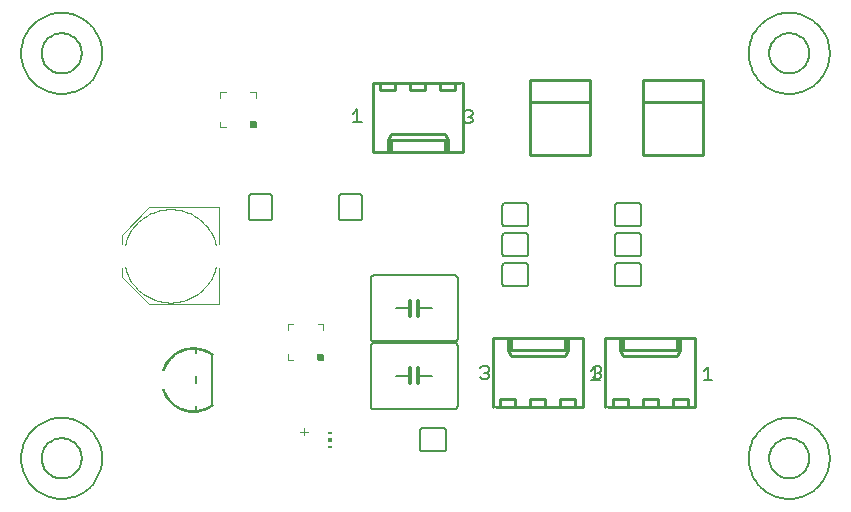
<source format=gto>
G75*
G70*
%OFA0B0*%
%FSLAX24Y24*%
%IPPOS*%
%LPD*%
%AMOC8*
5,1,8,0,0,1.08239X$1,22.5*
%
%ADD10C,0.0040*%
%ADD11R,0.0197X0.0197*%
%ADD12C,0.0060*%
%ADD13C,0.0080*%
%ADD14C,0.0120*%
%ADD15C,0.0010*%
%ADD16C,0.0050*%
%ADD17C,0.0100*%
%ADD18C,0.0070*%
%ADD19C,0.0030*%
%ADD20R,0.0118X0.0059*%
%ADD21R,0.0118X0.0118*%
D10*
X009234Y004984D02*
X009421Y004984D01*
X009234Y004984D02*
X009234Y005171D01*
X010238Y004984D02*
X010416Y004984D01*
X010416Y005162D01*
X010416Y005979D02*
X010416Y006166D01*
X010229Y006166D01*
X009421Y006166D02*
X009234Y006166D01*
X009234Y005979D01*
X006939Y006836D02*
X004616Y006836D01*
X003711Y007741D01*
X003711Y008056D01*
X003711Y008844D02*
X003711Y009159D01*
X004616Y010064D01*
X006939Y010064D01*
X006939Y008844D01*
X006939Y008056D02*
X006939Y006836D01*
X006841Y008804D02*
X006821Y008881D01*
X006798Y008956D01*
X006770Y009030D01*
X006739Y009102D01*
X006704Y009173D01*
X006666Y009242D01*
X006624Y009308D01*
X006579Y009373D01*
X006531Y009435D01*
X006479Y009495D01*
X006425Y009552D01*
X006368Y009606D01*
X006308Y009658D01*
X006246Y009706D01*
X006181Y009751D01*
X006114Y009792D01*
X006045Y009830D01*
X005974Y009865D01*
X005902Y009896D01*
X005828Y009924D01*
X005753Y009947D01*
X005677Y009967D01*
X005599Y009983D01*
X005521Y009995D01*
X005443Y010003D01*
X005364Y010007D01*
X005286Y010007D01*
X005207Y010003D01*
X005129Y009995D01*
X005051Y009983D01*
X004973Y009967D01*
X004897Y009947D01*
X004822Y009924D01*
X004748Y009896D01*
X004676Y009865D01*
X004605Y009830D01*
X004536Y009792D01*
X004469Y009751D01*
X004404Y009706D01*
X004342Y009658D01*
X004282Y009606D01*
X004225Y009552D01*
X004171Y009495D01*
X004119Y009435D01*
X004071Y009373D01*
X004026Y009308D01*
X003984Y009242D01*
X003946Y009173D01*
X003911Y009102D01*
X003880Y009030D01*
X003852Y008956D01*
X003829Y008881D01*
X003809Y008804D01*
X003809Y008096D02*
X003829Y008019D01*
X003852Y007944D01*
X003880Y007870D01*
X003911Y007798D01*
X003946Y007727D01*
X003984Y007658D01*
X004026Y007592D01*
X004071Y007527D01*
X004119Y007465D01*
X004171Y007405D01*
X004225Y007348D01*
X004282Y007294D01*
X004342Y007242D01*
X004404Y007194D01*
X004469Y007149D01*
X004536Y007108D01*
X004605Y007070D01*
X004676Y007035D01*
X004748Y007004D01*
X004822Y006976D01*
X004897Y006953D01*
X004973Y006933D01*
X005051Y006917D01*
X005129Y006905D01*
X005207Y006897D01*
X005286Y006893D01*
X005364Y006893D01*
X005443Y006897D01*
X005521Y006905D01*
X005599Y006917D01*
X005677Y006933D01*
X005753Y006953D01*
X005828Y006976D01*
X005902Y007004D01*
X005974Y007035D01*
X006045Y007070D01*
X006114Y007108D01*
X006181Y007149D01*
X006246Y007194D01*
X006308Y007242D01*
X006368Y007294D01*
X006425Y007348D01*
X006479Y007405D01*
X006531Y007465D01*
X006579Y007527D01*
X006624Y007592D01*
X006666Y007658D01*
X006704Y007727D01*
X006739Y007798D01*
X006770Y007870D01*
X006798Y007944D01*
X006821Y008019D01*
X006841Y008096D01*
X006984Y012734D02*
X007171Y012734D01*
X006984Y012734D02*
X006984Y012921D01*
X007988Y012734D02*
X008166Y012734D01*
X008166Y012912D01*
X008166Y013729D02*
X008166Y013916D01*
X007979Y013916D01*
X007171Y013916D02*
X006984Y013916D01*
X006984Y013729D01*
D11*
X008067Y012833D03*
X010317Y005083D03*
D12*
X012000Y005450D02*
X012000Y003450D01*
X012002Y003433D01*
X012006Y003416D01*
X012013Y003400D01*
X012023Y003386D01*
X012036Y003373D01*
X012050Y003363D01*
X012066Y003356D01*
X012083Y003352D01*
X012100Y003350D01*
X014800Y003350D01*
X014817Y003352D01*
X014834Y003356D01*
X014850Y003363D01*
X014864Y003373D01*
X014877Y003386D01*
X014887Y003400D01*
X014894Y003416D01*
X014898Y003433D01*
X014900Y003450D01*
X014900Y005450D01*
X014898Y005467D01*
X014894Y005484D01*
X014887Y005500D01*
X014877Y005514D01*
X014864Y005527D01*
X014850Y005537D01*
X014834Y005544D01*
X014817Y005548D01*
X014800Y005550D01*
X012100Y005550D01*
X012100Y005600D02*
X014800Y005600D01*
X014817Y005602D01*
X014834Y005606D01*
X014850Y005613D01*
X014864Y005623D01*
X014877Y005636D01*
X014887Y005650D01*
X014894Y005666D01*
X014898Y005683D01*
X014900Y005700D01*
X014900Y007700D01*
X014898Y007717D01*
X014894Y007734D01*
X014887Y007750D01*
X014877Y007764D01*
X014864Y007777D01*
X014850Y007787D01*
X014834Y007794D01*
X014817Y007798D01*
X014800Y007800D01*
X012100Y007800D01*
X012083Y007798D01*
X012066Y007794D01*
X012050Y007787D01*
X012036Y007777D01*
X012023Y007764D01*
X012013Y007750D01*
X012006Y007734D01*
X012002Y007717D01*
X012000Y007700D01*
X012000Y005700D01*
X012002Y005683D01*
X012006Y005666D01*
X012013Y005650D01*
X012023Y005636D01*
X012036Y005623D01*
X012050Y005613D01*
X012066Y005606D01*
X012083Y005602D01*
X012100Y005600D01*
X012100Y005550D02*
X012083Y005548D01*
X012066Y005544D01*
X012050Y005537D01*
X012036Y005527D01*
X012023Y005514D01*
X012013Y005500D01*
X012006Y005484D01*
X012002Y005467D01*
X012000Y005450D01*
X012850Y004450D02*
X013320Y004450D01*
X013570Y004450D02*
X014050Y004450D01*
X013760Y002719D02*
X014390Y002719D01*
X014390Y002720D02*
X014409Y002720D01*
X014428Y002716D01*
X014446Y002710D01*
X014462Y002701D01*
X014477Y002688D01*
X014489Y002674D01*
X014499Y002657D01*
X014505Y002639D01*
X014509Y002621D01*
X014508Y002620D02*
X014508Y002030D01*
X014509Y002030D02*
X014505Y002011D01*
X014499Y001994D01*
X014489Y001977D01*
X014477Y001963D01*
X014462Y001951D01*
X014446Y001941D01*
X014428Y001935D01*
X014409Y001931D01*
X014390Y001931D01*
X013760Y001931D01*
X013741Y001931D01*
X013722Y001935D01*
X013704Y001941D01*
X013688Y001951D01*
X013673Y001963D01*
X013661Y001977D01*
X013651Y001994D01*
X013645Y002011D01*
X013641Y002030D01*
X013642Y002030D02*
X013642Y002620D01*
X013641Y002620D02*
X013645Y002639D01*
X013651Y002656D01*
X013661Y002673D01*
X013673Y002687D01*
X013688Y002699D01*
X013704Y002709D01*
X013722Y002715D01*
X013741Y002719D01*
X013760Y002719D01*
X013570Y006700D02*
X014050Y006700D01*
X013320Y006700D02*
X012850Y006700D01*
X016392Y007530D02*
X016392Y008120D01*
X016391Y008120D02*
X016395Y008139D01*
X016401Y008156D01*
X016411Y008173D01*
X016423Y008187D01*
X016438Y008199D01*
X016454Y008209D01*
X016472Y008215D01*
X016491Y008219D01*
X016510Y008219D01*
X017140Y008219D01*
X017159Y008219D01*
X017178Y008215D01*
X017196Y008209D01*
X017212Y008199D01*
X017227Y008187D01*
X017239Y008173D01*
X017249Y008156D01*
X017255Y008139D01*
X017259Y008120D01*
X017258Y008120D02*
X017258Y007530D01*
X017259Y007530D02*
X017255Y007511D01*
X017249Y007494D01*
X017239Y007477D01*
X017227Y007463D01*
X017212Y007451D01*
X017196Y007441D01*
X017178Y007435D01*
X017159Y007431D01*
X017140Y007431D01*
X016510Y007431D01*
X016510Y007430D02*
X016491Y007430D01*
X016472Y007434D01*
X016454Y007440D01*
X016438Y007449D01*
X016423Y007462D01*
X016411Y007476D01*
X016401Y007493D01*
X016395Y007511D01*
X016391Y007529D01*
X016510Y008431D02*
X017140Y008431D01*
X017159Y008431D01*
X017178Y008435D01*
X017196Y008441D01*
X017212Y008451D01*
X017227Y008463D01*
X017239Y008477D01*
X017249Y008494D01*
X017255Y008511D01*
X017259Y008530D01*
X017258Y008530D02*
X017258Y009120D01*
X017259Y009120D02*
X017255Y009139D01*
X017249Y009156D01*
X017239Y009173D01*
X017227Y009187D01*
X017212Y009199D01*
X017196Y009209D01*
X017178Y009215D01*
X017159Y009219D01*
X017140Y009219D01*
X016510Y009219D01*
X016491Y009219D01*
X016472Y009215D01*
X016454Y009209D01*
X016438Y009199D01*
X016423Y009187D01*
X016411Y009173D01*
X016401Y009156D01*
X016395Y009139D01*
X016391Y009120D01*
X016392Y009120D02*
X016392Y008530D01*
X016391Y008529D02*
X016395Y008511D01*
X016401Y008493D01*
X016411Y008476D01*
X016423Y008462D01*
X016438Y008449D01*
X016454Y008440D01*
X016472Y008434D01*
X016491Y008430D01*
X016510Y008430D01*
X016510Y009431D02*
X017140Y009431D01*
X017159Y009431D01*
X017178Y009435D01*
X017196Y009441D01*
X017212Y009451D01*
X017227Y009463D01*
X017239Y009477D01*
X017249Y009494D01*
X017255Y009511D01*
X017259Y009530D01*
X017258Y009530D02*
X017258Y010120D01*
X017259Y010120D02*
X017255Y010139D01*
X017249Y010156D01*
X017239Y010173D01*
X017227Y010187D01*
X017212Y010199D01*
X017196Y010209D01*
X017178Y010215D01*
X017159Y010219D01*
X017140Y010219D01*
X016510Y010219D01*
X016491Y010219D01*
X016472Y010215D01*
X016454Y010209D01*
X016438Y010199D01*
X016423Y010187D01*
X016411Y010173D01*
X016401Y010156D01*
X016395Y010139D01*
X016391Y010120D01*
X016392Y010120D02*
X016392Y009530D01*
X016391Y009529D02*
X016395Y009511D01*
X016401Y009493D01*
X016411Y009476D01*
X016423Y009462D01*
X016438Y009449D01*
X016454Y009440D01*
X016472Y009434D01*
X016491Y009430D01*
X016510Y009430D01*
X020142Y009530D02*
X020142Y010120D01*
X020141Y010120D02*
X020145Y010139D01*
X020151Y010156D01*
X020161Y010173D01*
X020173Y010187D01*
X020188Y010199D01*
X020204Y010209D01*
X020222Y010215D01*
X020241Y010219D01*
X020260Y010219D01*
X020890Y010219D01*
X020909Y010219D01*
X020928Y010215D01*
X020946Y010209D01*
X020962Y010199D01*
X020977Y010187D01*
X020989Y010173D01*
X020999Y010156D01*
X021005Y010139D01*
X021009Y010120D01*
X021008Y010120D02*
X021008Y009530D01*
X021009Y009530D02*
X021005Y009511D01*
X020999Y009494D01*
X020989Y009477D01*
X020977Y009463D01*
X020962Y009451D01*
X020946Y009441D01*
X020928Y009435D01*
X020909Y009431D01*
X020890Y009431D01*
X020260Y009431D01*
X020260Y009430D02*
X020241Y009430D01*
X020222Y009434D01*
X020204Y009440D01*
X020188Y009449D01*
X020173Y009462D01*
X020161Y009476D01*
X020151Y009493D01*
X020145Y009511D01*
X020141Y009529D01*
X020260Y009219D02*
X020890Y009219D01*
X020909Y009219D01*
X020928Y009215D01*
X020946Y009209D01*
X020962Y009199D01*
X020977Y009187D01*
X020989Y009173D01*
X020999Y009156D01*
X021005Y009139D01*
X021009Y009120D01*
X021008Y009120D02*
X021008Y008530D01*
X021009Y008530D02*
X021005Y008511D01*
X020999Y008494D01*
X020989Y008477D01*
X020977Y008463D01*
X020962Y008451D01*
X020946Y008441D01*
X020928Y008435D01*
X020909Y008431D01*
X020890Y008431D01*
X020260Y008431D01*
X020260Y008430D02*
X020241Y008430D01*
X020222Y008434D01*
X020204Y008440D01*
X020188Y008449D01*
X020173Y008462D01*
X020161Y008476D01*
X020151Y008493D01*
X020145Y008511D01*
X020141Y008529D01*
X020142Y008530D02*
X020142Y009120D01*
X020141Y009120D02*
X020145Y009139D01*
X020151Y009156D01*
X020161Y009173D01*
X020173Y009187D01*
X020188Y009199D01*
X020204Y009209D01*
X020222Y009215D01*
X020241Y009219D01*
X020260Y009219D01*
X020260Y008219D02*
X020890Y008219D01*
X020909Y008219D01*
X020928Y008215D01*
X020946Y008209D01*
X020962Y008199D01*
X020977Y008187D01*
X020989Y008173D01*
X020999Y008156D01*
X021005Y008139D01*
X021009Y008120D01*
X021008Y008120D02*
X021008Y007530D01*
X021009Y007530D02*
X021005Y007511D01*
X020999Y007494D01*
X020989Y007477D01*
X020977Y007463D01*
X020962Y007451D01*
X020946Y007441D01*
X020928Y007435D01*
X020909Y007431D01*
X020890Y007431D01*
X020260Y007431D01*
X020260Y007430D02*
X020241Y007430D01*
X020222Y007434D01*
X020204Y007440D01*
X020188Y007449D01*
X020173Y007462D01*
X020161Y007476D01*
X020151Y007493D01*
X020145Y007511D01*
X020141Y007529D01*
X020142Y007530D02*
X020142Y008120D01*
X020141Y008120D02*
X020145Y008139D01*
X020151Y008156D01*
X020161Y008173D01*
X020173Y008187D01*
X020188Y008199D01*
X020204Y008209D01*
X020222Y008215D01*
X020241Y008219D01*
X020260Y008219D01*
X011719Y009760D02*
X011719Y010390D01*
X011719Y010409D01*
X011715Y010428D01*
X011709Y010446D01*
X011699Y010462D01*
X011687Y010477D01*
X011673Y010489D01*
X011656Y010499D01*
X011639Y010505D01*
X011620Y010509D01*
X011620Y010508D02*
X011030Y010508D01*
X011029Y010509D02*
X011011Y010505D01*
X010993Y010499D01*
X010976Y010489D01*
X010962Y010477D01*
X010949Y010462D01*
X010940Y010446D01*
X010934Y010428D01*
X010930Y010409D01*
X010930Y010390D01*
X010931Y010390D02*
X010931Y009760D01*
X010931Y009741D01*
X010935Y009722D01*
X010941Y009704D01*
X010951Y009688D01*
X010963Y009673D01*
X010977Y009661D01*
X010994Y009651D01*
X011011Y009645D01*
X011030Y009641D01*
X011030Y009642D02*
X011620Y009642D01*
X011620Y009641D02*
X011639Y009645D01*
X011656Y009651D01*
X011673Y009661D01*
X011687Y009673D01*
X011699Y009688D01*
X011709Y009704D01*
X011715Y009722D01*
X011719Y009741D01*
X011719Y009760D01*
X008719Y009760D02*
X008719Y010390D01*
X008719Y010409D01*
X008715Y010428D01*
X008709Y010446D01*
X008699Y010462D01*
X008687Y010477D01*
X008673Y010489D01*
X008656Y010499D01*
X008639Y010505D01*
X008620Y010509D01*
X008620Y010508D02*
X008030Y010508D01*
X008029Y010509D02*
X008011Y010505D01*
X007993Y010499D01*
X007976Y010489D01*
X007962Y010477D01*
X007949Y010462D01*
X007940Y010446D01*
X007934Y010428D01*
X007930Y010409D01*
X007930Y010390D01*
X007931Y010390D02*
X007931Y009760D01*
X007931Y009741D01*
X007935Y009722D01*
X007941Y009704D01*
X007951Y009688D01*
X007963Y009673D01*
X007977Y009661D01*
X007994Y009651D01*
X008011Y009645D01*
X008030Y009641D01*
X008030Y009642D02*
X008620Y009642D01*
X008620Y009641D02*
X008639Y009645D01*
X008656Y009651D01*
X008673Y009661D01*
X008687Y009673D01*
X008699Y009688D01*
X008709Y009704D01*
X008715Y009722D01*
X008719Y009741D01*
X008719Y009760D01*
X006175Y005370D02*
X006175Y005212D01*
X006725Y005150D02*
X006725Y003500D01*
X006175Y003438D02*
X006175Y003280D01*
X006175Y004212D02*
X006175Y004438D01*
X000350Y001700D02*
X000352Y001773D01*
X000358Y001846D01*
X000368Y001918D01*
X000382Y001990D01*
X000399Y002061D01*
X000421Y002131D01*
X000446Y002200D01*
X000475Y002267D01*
X000507Y002332D01*
X000543Y002396D01*
X000583Y002458D01*
X000625Y002517D01*
X000671Y002574D01*
X000720Y002628D01*
X000772Y002680D01*
X000826Y002729D01*
X000883Y002775D01*
X000942Y002817D01*
X001004Y002857D01*
X001068Y002893D01*
X001133Y002925D01*
X001200Y002954D01*
X001269Y002979D01*
X001339Y003001D01*
X001410Y003018D01*
X001482Y003032D01*
X001554Y003042D01*
X001627Y003048D01*
X001700Y003050D01*
X001773Y003048D01*
X001846Y003042D01*
X001918Y003032D01*
X001990Y003018D01*
X002061Y003001D01*
X002131Y002979D01*
X002200Y002954D01*
X002267Y002925D01*
X002332Y002893D01*
X002396Y002857D01*
X002458Y002817D01*
X002517Y002775D01*
X002574Y002729D01*
X002628Y002680D01*
X002680Y002628D01*
X002729Y002574D01*
X002775Y002517D01*
X002817Y002458D01*
X002857Y002396D01*
X002893Y002332D01*
X002925Y002267D01*
X002954Y002200D01*
X002979Y002131D01*
X003001Y002061D01*
X003018Y001990D01*
X003032Y001918D01*
X003042Y001846D01*
X003048Y001773D01*
X003050Y001700D01*
X003048Y001627D01*
X003042Y001554D01*
X003032Y001482D01*
X003018Y001410D01*
X003001Y001339D01*
X002979Y001269D01*
X002954Y001200D01*
X002925Y001133D01*
X002893Y001068D01*
X002857Y001004D01*
X002817Y000942D01*
X002775Y000883D01*
X002729Y000826D01*
X002680Y000772D01*
X002628Y000720D01*
X002574Y000671D01*
X002517Y000625D01*
X002458Y000583D01*
X002396Y000543D01*
X002332Y000507D01*
X002267Y000475D01*
X002200Y000446D01*
X002131Y000421D01*
X002061Y000399D01*
X001990Y000382D01*
X001918Y000368D01*
X001846Y000358D01*
X001773Y000352D01*
X001700Y000350D01*
X001627Y000352D01*
X001554Y000358D01*
X001482Y000368D01*
X001410Y000382D01*
X001339Y000399D01*
X001269Y000421D01*
X001200Y000446D01*
X001133Y000475D01*
X001068Y000507D01*
X001004Y000543D01*
X000942Y000583D01*
X000883Y000625D01*
X000826Y000671D01*
X000772Y000720D01*
X000720Y000772D01*
X000671Y000826D01*
X000625Y000883D01*
X000583Y000942D01*
X000543Y001004D01*
X000507Y001068D01*
X000475Y001133D01*
X000446Y001200D01*
X000421Y001269D01*
X000399Y001339D01*
X000382Y001410D01*
X000368Y001482D01*
X000358Y001554D01*
X000352Y001627D01*
X000350Y001700D01*
X000350Y015200D02*
X000352Y015273D01*
X000358Y015346D01*
X000368Y015418D01*
X000382Y015490D01*
X000399Y015561D01*
X000421Y015631D01*
X000446Y015700D01*
X000475Y015767D01*
X000507Y015832D01*
X000543Y015896D01*
X000583Y015958D01*
X000625Y016017D01*
X000671Y016074D01*
X000720Y016128D01*
X000772Y016180D01*
X000826Y016229D01*
X000883Y016275D01*
X000942Y016317D01*
X001004Y016357D01*
X001068Y016393D01*
X001133Y016425D01*
X001200Y016454D01*
X001269Y016479D01*
X001339Y016501D01*
X001410Y016518D01*
X001482Y016532D01*
X001554Y016542D01*
X001627Y016548D01*
X001700Y016550D01*
X001773Y016548D01*
X001846Y016542D01*
X001918Y016532D01*
X001990Y016518D01*
X002061Y016501D01*
X002131Y016479D01*
X002200Y016454D01*
X002267Y016425D01*
X002332Y016393D01*
X002396Y016357D01*
X002458Y016317D01*
X002517Y016275D01*
X002574Y016229D01*
X002628Y016180D01*
X002680Y016128D01*
X002729Y016074D01*
X002775Y016017D01*
X002817Y015958D01*
X002857Y015896D01*
X002893Y015832D01*
X002925Y015767D01*
X002954Y015700D01*
X002979Y015631D01*
X003001Y015561D01*
X003018Y015490D01*
X003032Y015418D01*
X003042Y015346D01*
X003048Y015273D01*
X003050Y015200D01*
X003048Y015127D01*
X003042Y015054D01*
X003032Y014982D01*
X003018Y014910D01*
X003001Y014839D01*
X002979Y014769D01*
X002954Y014700D01*
X002925Y014633D01*
X002893Y014568D01*
X002857Y014504D01*
X002817Y014442D01*
X002775Y014383D01*
X002729Y014326D01*
X002680Y014272D01*
X002628Y014220D01*
X002574Y014171D01*
X002517Y014125D01*
X002458Y014083D01*
X002396Y014043D01*
X002332Y014007D01*
X002267Y013975D01*
X002200Y013946D01*
X002131Y013921D01*
X002061Y013899D01*
X001990Y013882D01*
X001918Y013868D01*
X001846Y013858D01*
X001773Y013852D01*
X001700Y013850D01*
X001627Y013852D01*
X001554Y013858D01*
X001482Y013868D01*
X001410Y013882D01*
X001339Y013899D01*
X001269Y013921D01*
X001200Y013946D01*
X001133Y013975D01*
X001068Y014007D01*
X001004Y014043D01*
X000942Y014083D01*
X000883Y014125D01*
X000826Y014171D01*
X000772Y014220D01*
X000720Y014272D01*
X000671Y014326D01*
X000625Y014383D01*
X000583Y014442D01*
X000543Y014504D01*
X000507Y014568D01*
X000475Y014633D01*
X000446Y014700D01*
X000421Y014769D01*
X000399Y014839D01*
X000382Y014910D01*
X000368Y014982D01*
X000358Y015054D01*
X000352Y015127D01*
X000350Y015200D01*
X024600Y015200D02*
X024602Y015273D01*
X024608Y015346D01*
X024618Y015418D01*
X024632Y015490D01*
X024649Y015561D01*
X024671Y015631D01*
X024696Y015700D01*
X024725Y015767D01*
X024757Y015832D01*
X024793Y015896D01*
X024833Y015958D01*
X024875Y016017D01*
X024921Y016074D01*
X024970Y016128D01*
X025022Y016180D01*
X025076Y016229D01*
X025133Y016275D01*
X025192Y016317D01*
X025254Y016357D01*
X025318Y016393D01*
X025383Y016425D01*
X025450Y016454D01*
X025519Y016479D01*
X025589Y016501D01*
X025660Y016518D01*
X025732Y016532D01*
X025804Y016542D01*
X025877Y016548D01*
X025950Y016550D01*
X026023Y016548D01*
X026096Y016542D01*
X026168Y016532D01*
X026240Y016518D01*
X026311Y016501D01*
X026381Y016479D01*
X026450Y016454D01*
X026517Y016425D01*
X026582Y016393D01*
X026646Y016357D01*
X026708Y016317D01*
X026767Y016275D01*
X026824Y016229D01*
X026878Y016180D01*
X026930Y016128D01*
X026979Y016074D01*
X027025Y016017D01*
X027067Y015958D01*
X027107Y015896D01*
X027143Y015832D01*
X027175Y015767D01*
X027204Y015700D01*
X027229Y015631D01*
X027251Y015561D01*
X027268Y015490D01*
X027282Y015418D01*
X027292Y015346D01*
X027298Y015273D01*
X027300Y015200D01*
X027298Y015127D01*
X027292Y015054D01*
X027282Y014982D01*
X027268Y014910D01*
X027251Y014839D01*
X027229Y014769D01*
X027204Y014700D01*
X027175Y014633D01*
X027143Y014568D01*
X027107Y014504D01*
X027067Y014442D01*
X027025Y014383D01*
X026979Y014326D01*
X026930Y014272D01*
X026878Y014220D01*
X026824Y014171D01*
X026767Y014125D01*
X026708Y014083D01*
X026646Y014043D01*
X026582Y014007D01*
X026517Y013975D01*
X026450Y013946D01*
X026381Y013921D01*
X026311Y013899D01*
X026240Y013882D01*
X026168Y013868D01*
X026096Y013858D01*
X026023Y013852D01*
X025950Y013850D01*
X025877Y013852D01*
X025804Y013858D01*
X025732Y013868D01*
X025660Y013882D01*
X025589Y013899D01*
X025519Y013921D01*
X025450Y013946D01*
X025383Y013975D01*
X025318Y014007D01*
X025254Y014043D01*
X025192Y014083D01*
X025133Y014125D01*
X025076Y014171D01*
X025022Y014220D01*
X024970Y014272D01*
X024921Y014326D01*
X024875Y014383D01*
X024833Y014442D01*
X024793Y014504D01*
X024757Y014568D01*
X024725Y014633D01*
X024696Y014700D01*
X024671Y014769D01*
X024649Y014839D01*
X024632Y014910D01*
X024618Y014982D01*
X024608Y015054D01*
X024602Y015127D01*
X024600Y015200D01*
X024600Y001700D02*
X024602Y001773D01*
X024608Y001846D01*
X024618Y001918D01*
X024632Y001990D01*
X024649Y002061D01*
X024671Y002131D01*
X024696Y002200D01*
X024725Y002267D01*
X024757Y002332D01*
X024793Y002396D01*
X024833Y002458D01*
X024875Y002517D01*
X024921Y002574D01*
X024970Y002628D01*
X025022Y002680D01*
X025076Y002729D01*
X025133Y002775D01*
X025192Y002817D01*
X025254Y002857D01*
X025318Y002893D01*
X025383Y002925D01*
X025450Y002954D01*
X025519Y002979D01*
X025589Y003001D01*
X025660Y003018D01*
X025732Y003032D01*
X025804Y003042D01*
X025877Y003048D01*
X025950Y003050D01*
X026023Y003048D01*
X026096Y003042D01*
X026168Y003032D01*
X026240Y003018D01*
X026311Y003001D01*
X026381Y002979D01*
X026450Y002954D01*
X026517Y002925D01*
X026582Y002893D01*
X026646Y002857D01*
X026708Y002817D01*
X026767Y002775D01*
X026824Y002729D01*
X026878Y002680D01*
X026930Y002628D01*
X026979Y002574D01*
X027025Y002517D01*
X027067Y002458D01*
X027107Y002396D01*
X027143Y002332D01*
X027175Y002267D01*
X027204Y002200D01*
X027229Y002131D01*
X027251Y002061D01*
X027268Y001990D01*
X027282Y001918D01*
X027292Y001846D01*
X027298Y001773D01*
X027300Y001700D01*
X027298Y001627D01*
X027292Y001554D01*
X027282Y001482D01*
X027268Y001410D01*
X027251Y001339D01*
X027229Y001269D01*
X027204Y001200D01*
X027175Y001133D01*
X027143Y001068D01*
X027107Y001004D01*
X027067Y000942D01*
X027025Y000883D01*
X026979Y000826D01*
X026930Y000772D01*
X026878Y000720D01*
X026824Y000671D01*
X026767Y000625D01*
X026708Y000583D01*
X026646Y000543D01*
X026582Y000507D01*
X026517Y000475D01*
X026450Y000446D01*
X026381Y000421D01*
X026311Y000399D01*
X026240Y000382D01*
X026168Y000368D01*
X026096Y000358D01*
X026023Y000352D01*
X025950Y000350D01*
X025877Y000352D01*
X025804Y000358D01*
X025732Y000368D01*
X025660Y000382D01*
X025589Y000399D01*
X025519Y000421D01*
X025450Y000446D01*
X025383Y000475D01*
X025318Y000507D01*
X025254Y000543D01*
X025192Y000583D01*
X025133Y000625D01*
X025076Y000671D01*
X025022Y000720D01*
X024970Y000772D01*
X024921Y000826D01*
X024875Y000883D01*
X024833Y000942D01*
X024793Y001004D01*
X024757Y001068D01*
X024725Y001133D01*
X024696Y001200D01*
X024671Y001269D01*
X024649Y001339D01*
X024632Y001410D01*
X024618Y001482D01*
X024608Y001554D01*
X024602Y001627D01*
X024600Y001700D01*
D13*
X001031Y001700D02*
X001033Y001751D01*
X001039Y001802D01*
X001049Y001852D01*
X001062Y001902D01*
X001080Y001950D01*
X001100Y001997D01*
X001125Y002042D01*
X001153Y002085D01*
X001184Y002126D01*
X001218Y002164D01*
X001255Y002199D01*
X001294Y002232D01*
X001336Y002262D01*
X001380Y002288D01*
X001426Y002310D01*
X001474Y002330D01*
X001523Y002345D01*
X001573Y002357D01*
X001623Y002365D01*
X001674Y002369D01*
X001726Y002369D01*
X001777Y002365D01*
X001827Y002357D01*
X001877Y002345D01*
X001926Y002330D01*
X001974Y002310D01*
X002020Y002288D01*
X002064Y002262D01*
X002106Y002232D01*
X002145Y002199D01*
X002182Y002164D01*
X002216Y002126D01*
X002247Y002085D01*
X002275Y002042D01*
X002300Y001997D01*
X002320Y001950D01*
X002338Y001902D01*
X002351Y001852D01*
X002361Y001802D01*
X002367Y001751D01*
X002369Y001700D01*
X002367Y001649D01*
X002361Y001598D01*
X002351Y001548D01*
X002338Y001498D01*
X002320Y001450D01*
X002300Y001403D01*
X002275Y001358D01*
X002247Y001315D01*
X002216Y001274D01*
X002182Y001236D01*
X002145Y001201D01*
X002106Y001168D01*
X002064Y001138D01*
X002020Y001112D01*
X001974Y001090D01*
X001926Y001070D01*
X001877Y001055D01*
X001827Y001043D01*
X001777Y001035D01*
X001726Y001031D01*
X001674Y001031D01*
X001623Y001035D01*
X001573Y001043D01*
X001523Y001055D01*
X001474Y001070D01*
X001426Y001090D01*
X001380Y001112D01*
X001336Y001138D01*
X001294Y001168D01*
X001255Y001201D01*
X001218Y001236D01*
X001184Y001274D01*
X001153Y001315D01*
X001125Y001358D01*
X001100Y001403D01*
X001080Y001450D01*
X001062Y001498D01*
X001049Y001548D01*
X001039Y001598D01*
X001033Y001649D01*
X001031Y001700D01*
X001031Y015200D02*
X001033Y015251D01*
X001039Y015302D01*
X001049Y015352D01*
X001062Y015402D01*
X001080Y015450D01*
X001100Y015497D01*
X001125Y015542D01*
X001153Y015585D01*
X001184Y015626D01*
X001218Y015664D01*
X001255Y015699D01*
X001294Y015732D01*
X001336Y015762D01*
X001380Y015788D01*
X001426Y015810D01*
X001474Y015830D01*
X001523Y015845D01*
X001573Y015857D01*
X001623Y015865D01*
X001674Y015869D01*
X001726Y015869D01*
X001777Y015865D01*
X001827Y015857D01*
X001877Y015845D01*
X001926Y015830D01*
X001974Y015810D01*
X002020Y015788D01*
X002064Y015762D01*
X002106Y015732D01*
X002145Y015699D01*
X002182Y015664D01*
X002216Y015626D01*
X002247Y015585D01*
X002275Y015542D01*
X002300Y015497D01*
X002320Y015450D01*
X002338Y015402D01*
X002351Y015352D01*
X002361Y015302D01*
X002367Y015251D01*
X002369Y015200D01*
X002367Y015149D01*
X002361Y015098D01*
X002351Y015048D01*
X002338Y014998D01*
X002320Y014950D01*
X002300Y014903D01*
X002275Y014858D01*
X002247Y014815D01*
X002216Y014774D01*
X002182Y014736D01*
X002145Y014701D01*
X002106Y014668D01*
X002064Y014638D01*
X002020Y014612D01*
X001974Y014590D01*
X001926Y014570D01*
X001877Y014555D01*
X001827Y014543D01*
X001777Y014535D01*
X001726Y014531D01*
X001674Y014531D01*
X001623Y014535D01*
X001573Y014543D01*
X001523Y014555D01*
X001474Y014570D01*
X001426Y014590D01*
X001380Y014612D01*
X001336Y014638D01*
X001294Y014668D01*
X001255Y014701D01*
X001218Y014736D01*
X001184Y014774D01*
X001153Y014815D01*
X001125Y014858D01*
X001100Y014903D01*
X001080Y014950D01*
X001062Y014998D01*
X001049Y015048D01*
X001039Y015098D01*
X001033Y015149D01*
X001031Y015200D01*
X025281Y015200D02*
X025283Y015251D01*
X025289Y015302D01*
X025299Y015352D01*
X025312Y015402D01*
X025330Y015450D01*
X025350Y015497D01*
X025375Y015542D01*
X025403Y015585D01*
X025434Y015626D01*
X025468Y015664D01*
X025505Y015699D01*
X025544Y015732D01*
X025586Y015762D01*
X025630Y015788D01*
X025676Y015810D01*
X025724Y015830D01*
X025773Y015845D01*
X025823Y015857D01*
X025873Y015865D01*
X025924Y015869D01*
X025976Y015869D01*
X026027Y015865D01*
X026077Y015857D01*
X026127Y015845D01*
X026176Y015830D01*
X026224Y015810D01*
X026270Y015788D01*
X026314Y015762D01*
X026356Y015732D01*
X026395Y015699D01*
X026432Y015664D01*
X026466Y015626D01*
X026497Y015585D01*
X026525Y015542D01*
X026550Y015497D01*
X026570Y015450D01*
X026588Y015402D01*
X026601Y015352D01*
X026611Y015302D01*
X026617Y015251D01*
X026619Y015200D01*
X026617Y015149D01*
X026611Y015098D01*
X026601Y015048D01*
X026588Y014998D01*
X026570Y014950D01*
X026550Y014903D01*
X026525Y014858D01*
X026497Y014815D01*
X026466Y014774D01*
X026432Y014736D01*
X026395Y014701D01*
X026356Y014668D01*
X026314Y014638D01*
X026270Y014612D01*
X026224Y014590D01*
X026176Y014570D01*
X026127Y014555D01*
X026077Y014543D01*
X026027Y014535D01*
X025976Y014531D01*
X025924Y014531D01*
X025873Y014535D01*
X025823Y014543D01*
X025773Y014555D01*
X025724Y014570D01*
X025676Y014590D01*
X025630Y014612D01*
X025586Y014638D01*
X025544Y014668D01*
X025505Y014701D01*
X025468Y014736D01*
X025434Y014774D01*
X025403Y014815D01*
X025375Y014858D01*
X025350Y014903D01*
X025330Y014950D01*
X025312Y014998D01*
X025299Y015048D01*
X025289Y015098D01*
X025283Y015149D01*
X025281Y015200D01*
X025281Y001700D02*
X025283Y001751D01*
X025289Y001802D01*
X025299Y001852D01*
X025312Y001902D01*
X025330Y001950D01*
X025350Y001997D01*
X025375Y002042D01*
X025403Y002085D01*
X025434Y002126D01*
X025468Y002164D01*
X025505Y002199D01*
X025544Y002232D01*
X025586Y002262D01*
X025630Y002288D01*
X025676Y002310D01*
X025724Y002330D01*
X025773Y002345D01*
X025823Y002357D01*
X025873Y002365D01*
X025924Y002369D01*
X025976Y002369D01*
X026027Y002365D01*
X026077Y002357D01*
X026127Y002345D01*
X026176Y002330D01*
X026224Y002310D01*
X026270Y002288D01*
X026314Y002262D01*
X026356Y002232D01*
X026395Y002199D01*
X026432Y002164D01*
X026466Y002126D01*
X026497Y002085D01*
X026525Y002042D01*
X026550Y001997D01*
X026570Y001950D01*
X026588Y001902D01*
X026601Y001852D01*
X026611Y001802D01*
X026617Y001751D01*
X026619Y001700D01*
X026617Y001649D01*
X026611Y001598D01*
X026601Y001548D01*
X026588Y001498D01*
X026570Y001450D01*
X026550Y001403D01*
X026525Y001358D01*
X026497Y001315D01*
X026466Y001274D01*
X026432Y001236D01*
X026395Y001201D01*
X026356Y001168D01*
X026314Y001138D01*
X026270Y001112D01*
X026224Y001090D01*
X026176Y001070D01*
X026127Y001055D01*
X026077Y001043D01*
X026027Y001035D01*
X025976Y001031D01*
X025924Y001031D01*
X025873Y001035D01*
X025823Y001043D01*
X025773Y001055D01*
X025724Y001070D01*
X025676Y001090D01*
X025630Y001112D01*
X025586Y001138D01*
X025544Y001168D01*
X025505Y001201D01*
X025468Y001236D01*
X025434Y001274D01*
X025403Y001315D01*
X025375Y001358D01*
X025350Y001403D01*
X025330Y001450D01*
X025312Y001498D01*
X025299Y001548D01*
X025289Y001598D01*
X025283Y001649D01*
X025281Y001700D01*
D14*
X013570Y004200D02*
X013570Y004450D01*
X013570Y004700D01*
X013320Y004700D02*
X013320Y004450D01*
X013320Y004200D01*
X013320Y006450D02*
X013320Y006700D01*
X013320Y006950D01*
X013570Y006950D02*
X013570Y006700D01*
X013570Y006450D01*
D15*
X006736Y005172D02*
X006705Y005133D01*
X006706Y005133D02*
X006656Y005170D01*
X006604Y005203D01*
X006550Y005233D01*
X006494Y005260D01*
X006437Y005284D01*
X006379Y005304D01*
X006319Y005320D01*
X006259Y005333D01*
X006198Y005343D01*
X006136Y005348D01*
X006074Y005350D01*
X006013Y005348D01*
X005951Y005342D01*
X005890Y005333D01*
X005830Y005320D01*
X005770Y005304D01*
X005712Y005283D01*
X005655Y005260D01*
X005599Y005233D01*
X005545Y005202D01*
X005493Y005169D01*
X005444Y005132D01*
X005396Y005093D01*
X005351Y005051D01*
X005309Y005006D01*
X005269Y004958D01*
X005232Y004909D01*
X005199Y004857D01*
X005168Y004803D01*
X005141Y004747D01*
X005117Y004690D01*
X005097Y004632D01*
X005050Y004646D01*
X005049Y004647D01*
X005071Y004708D01*
X005095Y004768D01*
X005124Y004826D01*
X005156Y004882D01*
X005191Y004937D01*
X005230Y004989D01*
X005271Y005039D01*
X005316Y005086D01*
X005363Y005130D01*
X005413Y005172D01*
X005465Y005210D01*
X005519Y005245D01*
X005576Y005277D01*
X005634Y005305D01*
X005694Y005330D01*
X005755Y005351D01*
X005818Y005369D01*
X005881Y005382D01*
X005945Y005392D01*
X006010Y005398D01*
X006075Y005400D01*
X006139Y005398D01*
X006204Y005392D01*
X006268Y005383D01*
X006331Y005369D01*
X006394Y005352D01*
X006455Y005331D01*
X006515Y005306D01*
X006573Y005278D01*
X006630Y005246D01*
X006684Y005211D01*
X006737Y005172D01*
X006731Y005165D01*
X006679Y005203D01*
X006625Y005238D01*
X006569Y005270D01*
X006511Y005298D01*
X006452Y005322D01*
X006391Y005343D01*
X006329Y005360D01*
X006266Y005374D01*
X006203Y005383D01*
X006139Y005389D01*
X006075Y005391D01*
X006010Y005389D01*
X005946Y005383D01*
X005883Y005374D01*
X005820Y005360D01*
X005758Y005343D01*
X005697Y005322D01*
X005638Y005297D01*
X005580Y005269D01*
X005524Y005238D01*
X005470Y005203D01*
X005418Y005165D01*
X005369Y005124D01*
X005322Y005080D01*
X005278Y005033D01*
X005237Y004983D01*
X005199Y004932D01*
X005164Y004878D01*
X005132Y004822D01*
X005104Y004764D01*
X005079Y004705D01*
X005058Y004644D01*
X005066Y004641D01*
X005087Y004702D01*
X005112Y004760D01*
X005140Y004818D01*
X005171Y004873D01*
X005206Y004927D01*
X005244Y004978D01*
X005285Y005027D01*
X005328Y005073D01*
X005375Y005117D01*
X005424Y005158D01*
X005475Y005195D01*
X005529Y005230D01*
X005584Y005261D01*
X005642Y005289D01*
X005700Y005313D01*
X005761Y005334D01*
X005822Y005351D01*
X005884Y005365D01*
X005947Y005374D01*
X006011Y005380D01*
X006074Y005382D01*
X006138Y005380D01*
X006202Y005374D01*
X006265Y005365D01*
X006327Y005352D01*
X006388Y005334D01*
X006449Y005314D01*
X006508Y005289D01*
X006565Y005262D01*
X006620Y005230D01*
X006674Y005196D01*
X006725Y005158D01*
X006720Y005151D01*
X006669Y005188D01*
X006616Y005223D01*
X006561Y005254D01*
X006504Y005281D01*
X006445Y005305D01*
X006386Y005326D01*
X006325Y005343D01*
X006263Y005356D01*
X006201Y005365D01*
X006138Y005371D01*
X006074Y005373D01*
X006011Y005371D01*
X005948Y005365D01*
X005886Y005356D01*
X005824Y005343D01*
X005763Y005326D01*
X005704Y005305D01*
X005645Y005281D01*
X005588Y005253D01*
X005533Y005222D01*
X005480Y005188D01*
X005429Y005150D01*
X005381Y005110D01*
X005335Y005067D01*
X005291Y005021D01*
X005251Y004972D01*
X005213Y004922D01*
X005179Y004869D01*
X005148Y004814D01*
X005120Y004757D01*
X005096Y004698D01*
X005075Y004639D01*
X005084Y004636D01*
X005104Y004695D01*
X005128Y004753D01*
X005156Y004809D01*
X005187Y004864D01*
X005221Y004916D01*
X005258Y004967D01*
X005298Y005015D01*
X005341Y005060D01*
X005387Y005103D01*
X005435Y005143D01*
X005485Y005181D01*
X005538Y005214D01*
X005593Y005245D01*
X005649Y005273D01*
X005707Y005297D01*
X005766Y005317D01*
X005826Y005334D01*
X005888Y005347D01*
X005949Y005356D01*
X006012Y005362D01*
X006074Y005364D01*
X006137Y005362D01*
X006199Y005357D01*
X006261Y005347D01*
X006323Y005334D01*
X006383Y005317D01*
X006442Y005297D01*
X006500Y005273D01*
X006556Y005246D01*
X006611Y005215D01*
X006664Y005181D01*
X006714Y005144D01*
X006709Y005137D01*
X006659Y005174D01*
X006606Y005207D01*
X006552Y005238D01*
X006496Y005265D01*
X006439Y005289D01*
X006380Y005309D01*
X006320Y005325D01*
X006260Y005338D01*
X006198Y005348D01*
X006137Y005353D01*
X006074Y005355D01*
X006012Y005353D01*
X005951Y005347D01*
X005889Y005338D01*
X005828Y005325D01*
X005769Y005308D01*
X005710Y005288D01*
X005653Y005264D01*
X005597Y005237D01*
X005543Y005207D01*
X005491Y005173D01*
X005440Y005136D01*
X005393Y005097D01*
X005347Y005054D01*
X005305Y005009D01*
X005265Y004961D01*
X005228Y004911D01*
X005194Y004859D01*
X005164Y004805D01*
X005137Y004749D01*
X005113Y004692D01*
X005092Y004633D01*
X005050Y004004D02*
X005098Y004018D01*
X005097Y004018D02*
X005117Y003960D01*
X005141Y003903D01*
X005168Y003847D01*
X005199Y003793D01*
X005232Y003741D01*
X005269Y003692D01*
X005309Y003644D01*
X005351Y003599D01*
X005396Y003557D01*
X005444Y003518D01*
X005493Y003481D01*
X005545Y003448D01*
X005599Y003417D01*
X005655Y003390D01*
X005712Y003367D01*
X005770Y003346D01*
X005830Y003330D01*
X005890Y003317D01*
X005951Y003308D01*
X006013Y003302D01*
X006074Y003300D01*
X006136Y003302D01*
X006198Y003307D01*
X006259Y003317D01*
X006319Y003330D01*
X006379Y003346D01*
X006437Y003366D01*
X006494Y003390D01*
X006550Y003417D01*
X006604Y003447D01*
X006656Y003480D01*
X006706Y003517D01*
X006736Y003478D01*
X006737Y003478D01*
X006684Y003439D01*
X006630Y003404D01*
X006573Y003372D01*
X006515Y003344D01*
X006455Y003319D01*
X006394Y003298D01*
X006331Y003281D01*
X006268Y003267D01*
X006204Y003258D01*
X006139Y003252D01*
X006075Y003250D01*
X006010Y003252D01*
X005945Y003258D01*
X005881Y003268D01*
X005818Y003281D01*
X005755Y003299D01*
X005694Y003320D01*
X005634Y003345D01*
X005576Y003373D01*
X005519Y003405D01*
X005465Y003440D01*
X005413Y003478D01*
X005363Y003520D01*
X005316Y003564D01*
X005271Y003611D01*
X005230Y003661D01*
X005191Y003713D01*
X005156Y003768D01*
X005124Y003824D01*
X005095Y003882D01*
X005071Y003942D01*
X005049Y004003D01*
X005058Y004006D01*
X005079Y003945D01*
X005104Y003886D01*
X005132Y003828D01*
X005164Y003772D01*
X005199Y003718D01*
X005237Y003667D01*
X005278Y003617D01*
X005322Y003570D01*
X005369Y003526D01*
X005418Y003485D01*
X005470Y003447D01*
X005524Y003412D01*
X005580Y003381D01*
X005638Y003353D01*
X005697Y003328D01*
X005758Y003307D01*
X005820Y003290D01*
X005883Y003276D01*
X005946Y003267D01*
X006010Y003261D01*
X006075Y003259D01*
X006139Y003261D01*
X006203Y003267D01*
X006266Y003276D01*
X006329Y003290D01*
X006391Y003307D01*
X006452Y003328D01*
X006511Y003352D01*
X006569Y003380D01*
X006625Y003412D01*
X006679Y003447D01*
X006731Y003485D01*
X006725Y003492D01*
X006674Y003454D01*
X006620Y003420D01*
X006565Y003388D01*
X006508Y003361D01*
X006449Y003336D01*
X006388Y003316D01*
X006327Y003298D01*
X006265Y003285D01*
X006202Y003276D01*
X006138Y003270D01*
X006074Y003268D01*
X006011Y003270D01*
X005947Y003276D01*
X005884Y003285D01*
X005822Y003299D01*
X005761Y003316D01*
X005700Y003337D01*
X005642Y003361D01*
X005584Y003389D01*
X005529Y003420D01*
X005475Y003455D01*
X005424Y003492D01*
X005375Y003533D01*
X005328Y003577D01*
X005285Y003623D01*
X005244Y003672D01*
X005206Y003723D01*
X005171Y003777D01*
X005140Y003832D01*
X005112Y003890D01*
X005087Y003948D01*
X005066Y004009D01*
X005075Y004011D01*
X005096Y003952D01*
X005120Y003893D01*
X005148Y003836D01*
X005179Y003781D01*
X005213Y003728D01*
X005251Y003678D01*
X005291Y003629D01*
X005335Y003583D01*
X005381Y003540D01*
X005429Y003500D01*
X005480Y003462D01*
X005533Y003428D01*
X005588Y003397D01*
X005645Y003369D01*
X005704Y003345D01*
X005763Y003324D01*
X005824Y003307D01*
X005886Y003294D01*
X005948Y003285D01*
X006011Y003279D01*
X006074Y003277D01*
X006138Y003279D01*
X006201Y003285D01*
X006263Y003294D01*
X006325Y003307D01*
X006386Y003324D01*
X006445Y003345D01*
X006504Y003369D01*
X006561Y003396D01*
X006616Y003427D01*
X006669Y003462D01*
X006720Y003499D01*
X006714Y003506D01*
X006664Y003469D01*
X006611Y003435D01*
X006556Y003404D01*
X006500Y003377D01*
X006442Y003353D01*
X006383Y003333D01*
X006323Y003316D01*
X006261Y003303D01*
X006199Y003293D01*
X006137Y003288D01*
X006074Y003286D01*
X006012Y003288D01*
X005949Y003294D01*
X005888Y003303D01*
X005826Y003316D01*
X005766Y003333D01*
X005707Y003353D01*
X005649Y003377D01*
X005593Y003405D01*
X005538Y003436D01*
X005485Y003469D01*
X005435Y003507D01*
X005387Y003547D01*
X005341Y003590D01*
X005298Y003635D01*
X005258Y003683D01*
X005221Y003734D01*
X005187Y003786D01*
X005156Y003841D01*
X005128Y003897D01*
X005104Y003955D01*
X005084Y004014D01*
X005092Y004017D01*
X005113Y003958D01*
X005137Y003901D01*
X005164Y003845D01*
X005194Y003791D01*
X005228Y003739D01*
X005265Y003689D01*
X005305Y003641D01*
X005347Y003596D01*
X005393Y003553D01*
X005440Y003514D01*
X005491Y003477D01*
X005543Y003443D01*
X005597Y003413D01*
X005653Y003386D01*
X005710Y003362D01*
X005769Y003342D01*
X005828Y003325D01*
X005889Y003312D01*
X005951Y003303D01*
X006012Y003297D01*
X006074Y003295D01*
X006137Y003297D01*
X006198Y003302D01*
X006260Y003312D01*
X006320Y003325D01*
X006380Y003341D01*
X006439Y003361D01*
X006496Y003385D01*
X006552Y003412D01*
X006606Y003443D01*
X006659Y003476D01*
X006709Y003513D01*
D16*
X016075Y003425D02*
X017075Y003425D01*
X017325Y003425D01*
X019825Y003425D02*
X020825Y003425D01*
X021075Y003425D01*
X020325Y005575D02*
X020325Y005725D01*
X020425Y005725D01*
X016675Y005725D02*
X016575Y005725D01*
X016575Y005575D01*
X014575Y011925D02*
X014475Y011925D01*
X014575Y011925D02*
X014575Y012075D01*
X014075Y014225D02*
X013825Y014225D01*
X014075Y014225D02*
X015075Y014225D01*
D17*
X015075Y013075D01*
X015075Y011925D01*
X014575Y011925D01*
X014575Y012325D01*
X014475Y012525D01*
X012675Y012525D01*
X012575Y012325D01*
X012575Y011925D01*
X012675Y011925D02*
X012675Y012325D01*
X012575Y012325D01*
X012675Y012325D02*
X014475Y012325D01*
X014475Y011925D01*
X014575Y011925D02*
X014075Y011925D01*
X012075Y011925D01*
X012075Y013075D01*
X012075Y014225D01*
X012325Y014225D01*
X012325Y013975D01*
X012825Y013975D01*
X012825Y014225D01*
X013325Y014225D01*
X013325Y013975D01*
X013825Y013975D01*
X013825Y014225D01*
X014325Y014225D01*
X014825Y014225D01*
X014825Y013975D01*
X014325Y013975D01*
X014325Y014225D01*
X013825Y014225D02*
X013325Y014225D01*
X012825Y014225D02*
X012325Y014225D01*
X014825Y014225D02*
X014975Y014225D01*
X017325Y014325D02*
X017325Y013575D01*
X019325Y013575D01*
X019325Y011825D01*
X017325Y011825D01*
X017325Y013575D01*
X017325Y014325D02*
X019325Y014325D01*
X019325Y013575D01*
X021075Y013575D02*
X023075Y013575D01*
X023075Y011825D01*
X021075Y011825D01*
X021075Y013575D01*
X021075Y014325D01*
X023075Y014325D01*
X023075Y013575D01*
X014575Y012325D02*
X014475Y012325D01*
X016075Y005725D02*
X016575Y005725D01*
X016575Y005325D01*
X016675Y005125D01*
X018475Y005125D01*
X018575Y005325D01*
X018575Y005725D01*
X018475Y005725D02*
X018475Y005325D01*
X018575Y005325D01*
X018475Y005325D02*
X016675Y005325D01*
X016675Y005725D01*
X016575Y005725D02*
X017075Y005725D01*
X019075Y005725D01*
X019075Y004575D01*
X019075Y003425D01*
X018825Y003425D01*
X018825Y003675D01*
X018325Y003675D01*
X018325Y003425D01*
X017825Y003425D01*
X017825Y003675D01*
X017325Y003675D01*
X017325Y003425D01*
X016825Y003425D01*
X016325Y003425D01*
X016325Y003675D01*
X016825Y003675D01*
X016825Y003425D01*
X016325Y003425D02*
X016175Y003425D01*
X016075Y003425D02*
X016075Y004575D01*
X016075Y005725D01*
X016575Y005325D02*
X016675Y005325D01*
X017325Y003425D02*
X017825Y003425D01*
X018325Y003425D02*
X018825Y003425D01*
X019825Y003425D02*
X019825Y004575D01*
X019825Y005725D01*
X020325Y005725D01*
X020325Y005325D01*
X020425Y005125D01*
X022225Y005125D01*
X022325Y005325D01*
X022325Y005725D01*
X022225Y005725D02*
X022225Y005325D01*
X022325Y005325D01*
X022225Y005325D02*
X020425Y005325D01*
X020425Y005725D01*
X020325Y005725D02*
X020825Y005725D01*
X022825Y005725D01*
X022825Y004575D01*
X022825Y003425D01*
X022575Y003425D01*
X022575Y003675D01*
X022075Y003675D01*
X022075Y003425D01*
X021575Y003425D01*
X021575Y003675D01*
X021075Y003675D01*
X021075Y003425D01*
X020575Y003425D01*
X020075Y003425D01*
X020075Y003675D01*
X020575Y003675D01*
X020575Y003425D01*
X020075Y003425D02*
X019925Y003425D01*
X021075Y003425D02*
X021575Y003425D01*
X022075Y003425D02*
X022575Y003425D01*
X020425Y005325D02*
X020325Y005325D01*
D18*
X019686Y004698D02*
X019615Y004770D01*
X019471Y004770D01*
X019399Y004698D01*
X019349Y004606D02*
X019493Y004750D01*
X019493Y004319D01*
X019471Y004339D02*
X019399Y004411D01*
X019471Y004339D02*
X019615Y004339D01*
X019686Y004411D01*
X019686Y004483D01*
X019615Y004555D01*
X019543Y004555D01*
X019615Y004555D02*
X019686Y004626D01*
X019686Y004698D01*
X019636Y004319D02*
X019349Y004319D01*
X015936Y004411D02*
X015865Y004339D01*
X015721Y004339D01*
X015649Y004411D01*
X015793Y004555D02*
X015865Y004555D01*
X015936Y004483D01*
X015936Y004411D01*
X015865Y004555D02*
X015936Y004626D01*
X015936Y004698D01*
X015865Y004770D01*
X015721Y004770D01*
X015649Y004698D01*
X023099Y004606D02*
X023243Y004750D01*
X023243Y004319D01*
X023386Y004319D02*
X023099Y004319D01*
X015325Y012881D02*
X015182Y012881D01*
X015110Y012952D01*
X015254Y013096D02*
X015325Y013096D01*
X015397Y013024D01*
X015397Y012952D01*
X015325Y012881D01*
X015325Y013096D02*
X015397Y013168D01*
X015397Y013239D01*
X015325Y013311D01*
X015182Y013311D01*
X015110Y013239D01*
X011697Y012901D02*
X011410Y012901D01*
X011554Y012901D02*
X011554Y013331D01*
X011410Y013188D01*
D19*
X009775Y002719D02*
X009775Y002472D01*
X009898Y002595D02*
X009651Y002595D01*
D20*
X010634Y002561D03*
X010634Y002089D03*
D21*
X010634Y002325D03*
M02*

</source>
